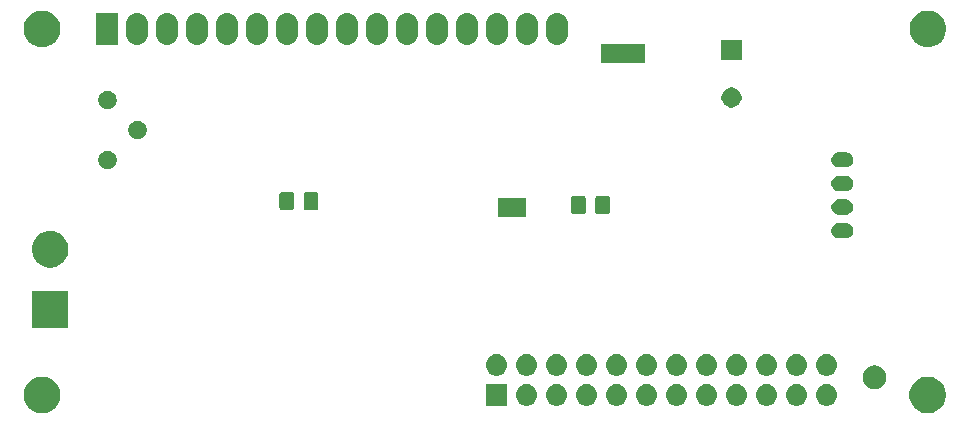
<source format=gbr>
G04 #@! TF.GenerationSoftware,KiCad,Pcbnew,(5.1.0)-1*
G04 #@! TF.CreationDate,2022-04-18T23:31:19-07:00*
G04 #@! TF.ProjectId,1602A_LCD Serial Backpack,31363032-415f-44c4-9344-205365726961,rev?*
G04 #@! TF.SameCoordinates,PX660b0c0PY66ff300*
G04 #@! TF.FileFunction,Soldermask,Top*
G04 #@! TF.FilePolarity,Negative*
%FSLAX45Y45*%
G04 Gerber Fmt 4.5, Leading zero omitted, Abs format (unit mm)*
G04 Created by KiCad (PCBNEW (5.1.0)-1) date 2022-04-18 23:31:19*
%MOMM*%
%LPD*%
G04 APERTURE LIST*
%ADD10C,0.100000*%
G04 APERTURE END LIST*
D10*
G36*
X282259Y401120D02*
G01*
X297241Y398140D01*
X325467Y386448D01*
X350870Y369474D01*
X372474Y347871D01*
X389448Y322467D01*
X401140Y294241D01*
X407100Y264276D01*
X407100Y233724D01*
X401140Y203759D01*
X389448Y175533D01*
X372474Y150130D01*
X350870Y128526D01*
X325467Y111552D01*
X297241Y99860D01*
X282259Y96880D01*
X267276Y93900D01*
X236724Y93900D01*
X221741Y96880D01*
X206759Y99860D01*
X178533Y111552D01*
X153130Y128526D01*
X131526Y150130D01*
X114552Y175533D01*
X102860Y203759D01*
X96900Y233724D01*
X96900Y264276D01*
X102860Y294241D01*
X114552Y322467D01*
X131526Y347871D01*
X153130Y369474D01*
X178533Y386448D01*
X206759Y398140D01*
X221741Y401120D01*
X236724Y404100D01*
X267276Y404100D01*
X282259Y401120D01*
X282259Y401120D01*
G37*
G36*
X7782116Y401120D02*
G01*
X7797099Y398140D01*
X7825325Y386448D01*
X7850728Y369474D01*
X7872332Y347871D01*
X7889306Y322467D01*
X7900998Y294241D01*
X7906958Y264276D01*
X7906958Y233724D01*
X7900998Y203759D01*
X7889306Y175533D01*
X7872332Y150130D01*
X7850728Y128526D01*
X7825325Y111552D01*
X7797099Y99860D01*
X7782116Y96880D01*
X7767134Y93900D01*
X7736582Y93900D01*
X7721599Y96880D01*
X7706617Y99860D01*
X7678391Y111552D01*
X7652987Y128526D01*
X7631384Y150130D01*
X7614410Y175533D01*
X7602718Y203759D01*
X7596758Y233724D01*
X7596758Y264276D01*
X7602718Y294241D01*
X7614410Y322467D01*
X7631384Y347871D01*
X7652987Y369474D01*
X7678391Y386448D01*
X7706617Y398140D01*
X7721599Y401120D01*
X7736582Y404100D01*
X7767134Y404100D01*
X7782116Y401120D01*
X7782116Y401120D01*
G37*
G36*
X6905044Y338448D02*
G01*
X6911663Y337796D01*
X6928647Y332644D01*
X6944299Y324278D01*
X6946505Y322467D01*
X6958019Y313019D01*
X6965549Y303843D01*
X6969278Y299299D01*
X6977644Y283647D01*
X6982796Y266663D01*
X6984536Y249000D01*
X6982796Y231337D01*
X6977644Y214353D01*
X6969278Y198701D01*
X6966345Y195127D01*
X6958019Y184981D01*
X6947873Y176655D01*
X6944299Y173722D01*
X6928647Y165356D01*
X6911663Y160204D01*
X6905044Y159552D01*
X6898426Y158900D01*
X6889574Y158900D01*
X6882956Y159552D01*
X6876337Y160204D01*
X6859353Y165356D01*
X6843701Y173722D01*
X6840127Y176655D01*
X6829981Y184981D01*
X6821655Y195127D01*
X6818722Y198701D01*
X6810356Y214353D01*
X6805204Y231337D01*
X6803464Y249000D01*
X6805204Y266663D01*
X6810356Y283647D01*
X6818722Y299299D01*
X6822451Y303843D01*
X6829981Y313019D01*
X6841495Y322467D01*
X6843701Y324278D01*
X6859353Y332644D01*
X6876337Y337796D01*
X6882956Y338448D01*
X6889574Y339100D01*
X6898426Y339100D01*
X6905044Y338448D01*
X6905044Y338448D01*
G37*
G36*
X6651044Y338448D02*
G01*
X6657663Y337796D01*
X6674647Y332644D01*
X6690299Y324278D01*
X6692505Y322467D01*
X6704019Y313019D01*
X6711549Y303843D01*
X6715278Y299299D01*
X6723644Y283647D01*
X6728796Y266663D01*
X6730536Y249000D01*
X6728796Y231337D01*
X6723644Y214353D01*
X6715278Y198701D01*
X6712345Y195127D01*
X6704019Y184981D01*
X6693873Y176655D01*
X6690299Y173722D01*
X6674647Y165356D01*
X6657663Y160204D01*
X6651044Y159552D01*
X6644426Y158900D01*
X6635574Y158900D01*
X6628956Y159552D01*
X6622337Y160204D01*
X6605353Y165356D01*
X6589701Y173722D01*
X6586127Y176655D01*
X6575981Y184981D01*
X6567655Y195127D01*
X6564722Y198701D01*
X6556356Y214353D01*
X6551204Y231337D01*
X6549464Y249000D01*
X6551204Y266663D01*
X6556356Y283647D01*
X6564722Y299299D01*
X6568451Y303843D01*
X6575981Y313019D01*
X6587495Y322467D01*
X6589701Y324278D01*
X6605353Y332644D01*
X6622337Y337796D01*
X6628956Y338448D01*
X6635574Y339100D01*
X6644426Y339100D01*
X6651044Y338448D01*
X6651044Y338448D01*
G37*
G36*
X6397044Y338448D02*
G01*
X6403663Y337796D01*
X6420647Y332644D01*
X6436299Y324278D01*
X6438505Y322467D01*
X6450019Y313019D01*
X6457549Y303843D01*
X6461278Y299299D01*
X6469644Y283647D01*
X6474796Y266663D01*
X6476536Y249000D01*
X6474796Y231337D01*
X6469644Y214353D01*
X6461278Y198701D01*
X6458345Y195127D01*
X6450019Y184981D01*
X6439873Y176655D01*
X6436299Y173722D01*
X6420647Y165356D01*
X6403663Y160204D01*
X6397044Y159552D01*
X6390426Y158900D01*
X6381574Y158900D01*
X6374956Y159552D01*
X6368337Y160204D01*
X6351353Y165356D01*
X6335701Y173722D01*
X6332127Y176655D01*
X6321981Y184981D01*
X6313655Y195127D01*
X6310722Y198701D01*
X6302356Y214353D01*
X6297204Y231337D01*
X6295464Y249000D01*
X6297204Y266663D01*
X6302356Y283647D01*
X6310722Y299299D01*
X6314451Y303843D01*
X6321981Y313019D01*
X6333495Y322467D01*
X6335701Y324278D01*
X6351353Y332644D01*
X6368337Y337796D01*
X6374956Y338448D01*
X6381574Y339100D01*
X6390426Y339100D01*
X6397044Y338448D01*
X6397044Y338448D01*
G37*
G36*
X6143044Y338448D02*
G01*
X6149663Y337796D01*
X6166647Y332644D01*
X6182299Y324278D01*
X6184505Y322467D01*
X6196019Y313019D01*
X6203549Y303843D01*
X6207278Y299299D01*
X6215644Y283647D01*
X6220796Y266663D01*
X6222536Y249000D01*
X6220796Y231337D01*
X6215644Y214353D01*
X6207278Y198701D01*
X6204345Y195127D01*
X6196019Y184981D01*
X6185873Y176655D01*
X6182299Y173722D01*
X6166647Y165356D01*
X6149663Y160204D01*
X6143044Y159552D01*
X6136426Y158900D01*
X6127574Y158900D01*
X6120956Y159552D01*
X6114337Y160204D01*
X6097353Y165356D01*
X6081701Y173722D01*
X6078127Y176655D01*
X6067981Y184981D01*
X6059655Y195127D01*
X6056722Y198701D01*
X6048356Y214353D01*
X6043204Y231337D01*
X6041464Y249000D01*
X6043204Y266663D01*
X6048356Y283647D01*
X6056722Y299299D01*
X6060451Y303843D01*
X6067981Y313019D01*
X6079495Y322467D01*
X6081701Y324278D01*
X6097353Y332644D01*
X6114337Y337796D01*
X6120956Y338448D01*
X6127574Y339100D01*
X6136426Y339100D01*
X6143044Y338448D01*
X6143044Y338448D01*
G37*
G36*
X5889044Y338448D02*
G01*
X5895663Y337796D01*
X5912647Y332644D01*
X5928299Y324278D01*
X5930505Y322467D01*
X5942019Y313019D01*
X5949549Y303843D01*
X5953278Y299299D01*
X5961644Y283647D01*
X5966796Y266663D01*
X5968536Y249000D01*
X5966796Y231337D01*
X5961644Y214353D01*
X5953278Y198701D01*
X5950345Y195127D01*
X5942019Y184981D01*
X5931873Y176655D01*
X5928299Y173722D01*
X5912647Y165356D01*
X5895663Y160204D01*
X5889044Y159552D01*
X5882426Y158900D01*
X5873574Y158900D01*
X5866956Y159552D01*
X5860337Y160204D01*
X5843353Y165356D01*
X5827701Y173722D01*
X5824127Y176655D01*
X5813981Y184981D01*
X5805655Y195127D01*
X5802722Y198701D01*
X5794356Y214353D01*
X5789204Y231337D01*
X5787464Y249000D01*
X5789204Y266663D01*
X5794356Y283647D01*
X5802722Y299299D01*
X5806451Y303843D01*
X5813981Y313019D01*
X5825495Y322467D01*
X5827701Y324278D01*
X5843353Y332644D01*
X5860337Y337796D01*
X5866956Y338448D01*
X5873574Y339100D01*
X5882426Y339100D01*
X5889044Y338448D01*
X5889044Y338448D01*
G37*
G36*
X5635044Y338448D02*
G01*
X5641663Y337796D01*
X5658647Y332644D01*
X5674299Y324278D01*
X5676505Y322467D01*
X5688019Y313019D01*
X5695549Y303843D01*
X5699278Y299299D01*
X5707644Y283647D01*
X5712796Y266663D01*
X5714536Y249000D01*
X5712796Y231337D01*
X5707644Y214353D01*
X5699278Y198701D01*
X5696345Y195127D01*
X5688019Y184981D01*
X5677873Y176655D01*
X5674299Y173722D01*
X5658647Y165356D01*
X5641663Y160204D01*
X5635044Y159552D01*
X5628426Y158900D01*
X5619574Y158900D01*
X5612956Y159552D01*
X5606337Y160204D01*
X5589353Y165356D01*
X5573701Y173722D01*
X5570127Y176655D01*
X5559981Y184981D01*
X5551655Y195127D01*
X5548722Y198701D01*
X5540356Y214353D01*
X5535204Y231337D01*
X5533464Y249000D01*
X5535204Y266663D01*
X5540356Y283647D01*
X5548722Y299299D01*
X5552451Y303843D01*
X5559981Y313019D01*
X5571495Y322467D01*
X5573701Y324278D01*
X5589353Y332644D01*
X5606337Y337796D01*
X5612956Y338448D01*
X5619574Y339100D01*
X5628426Y339100D01*
X5635044Y338448D01*
X5635044Y338448D01*
G37*
G36*
X5381044Y338448D02*
G01*
X5387663Y337796D01*
X5404647Y332644D01*
X5420299Y324278D01*
X5422505Y322467D01*
X5434019Y313019D01*
X5441549Y303843D01*
X5445278Y299299D01*
X5453644Y283647D01*
X5458796Y266663D01*
X5460536Y249000D01*
X5458796Y231337D01*
X5453644Y214353D01*
X5445278Y198701D01*
X5442345Y195127D01*
X5434019Y184981D01*
X5423873Y176655D01*
X5420299Y173722D01*
X5404647Y165356D01*
X5387663Y160204D01*
X5381044Y159552D01*
X5374426Y158900D01*
X5365574Y158900D01*
X5358956Y159552D01*
X5352337Y160204D01*
X5335353Y165356D01*
X5319701Y173722D01*
X5316127Y176655D01*
X5305981Y184981D01*
X5297655Y195127D01*
X5294722Y198701D01*
X5286356Y214353D01*
X5281204Y231337D01*
X5279464Y249000D01*
X5281204Y266663D01*
X5286356Y283647D01*
X5294722Y299299D01*
X5298451Y303843D01*
X5305981Y313019D01*
X5317495Y322467D01*
X5319701Y324278D01*
X5335353Y332644D01*
X5352337Y337796D01*
X5358956Y338448D01*
X5365574Y339100D01*
X5374426Y339100D01*
X5381044Y338448D01*
X5381044Y338448D01*
G37*
G36*
X5127044Y338448D02*
G01*
X5133663Y337796D01*
X5150647Y332644D01*
X5166299Y324278D01*
X5168505Y322467D01*
X5180019Y313019D01*
X5187549Y303843D01*
X5191278Y299299D01*
X5199644Y283647D01*
X5204796Y266663D01*
X5206536Y249000D01*
X5204796Y231337D01*
X5199644Y214353D01*
X5191278Y198701D01*
X5188345Y195127D01*
X5180019Y184981D01*
X5169873Y176655D01*
X5166299Y173722D01*
X5150647Y165356D01*
X5133663Y160204D01*
X5127044Y159552D01*
X5120426Y158900D01*
X5111574Y158900D01*
X5104956Y159552D01*
X5098337Y160204D01*
X5081353Y165356D01*
X5065701Y173722D01*
X5062127Y176655D01*
X5051981Y184981D01*
X5043655Y195127D01*
X5040722Y198701D01*
X5032356Y214353D01*
X5027204Y231337D01*
X5025464Y249000D01*
X5027204Y266663D01*
X5032356Y283647D01*
X5040722Y299299D01*
X5044451Y303843D01*
X5051981Y313019D01*
X5063495Y322467D01*
X5065701Y324278D01*
X5081353Y332644D01*
X5098337Y337796D01*
X5104956Y338448D01*
X5111574Y339100D01*
X5120426Y339100D01*
X5127044Y338448D01*
X5127044Y338448D01*
G37*
G36*
X4873044Y338448D02*
G01*
X4879663Y337796D01*
X4896647Y332644D01*
X4912299Y324278D01*
X4914505Y322467D01*
X4926019Y313019D01*
X4933549Y303843D01*
X4937278Y299299D01*
X4945644Y283647D01*
X4950796Y266663D01*
X4952536Y249000D01*
X4950796Y231337D01*
X4945644Y214353D01*
X4937278Y198701D01*
X4934345Y195127D01*
X4926019Y184981D01*
X4915873Y176655D01*
X4912299Y173722D01*
X4896647Y165356D01*
X4879663Y160204D01*
X4873044Y159552D01*
X4866426Y158900D01*
X4857574Y158900D01*
X4850956Y159552D01*
X4844337Y160204D01*
X4827353Y165356D01*
X4811701Y173722D01*
X4808127Y176655D01*
X4797981Y184981D01*
X4789655Y195127D01*
X4786722Y198701D01*
X4778356Y214353D01*
X4773204Y231337D01*
X4771464Y249000D01*
X4773204Y266663D01*
X4778356Y283647D01*
X4786722Y299299D01*
X4790451Y303843D01*
X4797981Y313019D01*
X4809495Y322467D01*
X4811701Y324278D01*
X4827353Y332644D01*
X4844337Y337796D01*
X4850956Y338448D01*
X4857574Y339100D01*
X4866426Y339100D01*
X4873044Y338448D01*
X4873044Y338448D01*
G37*
G36*
X4619044Y338448D02*
G01*
X4625663Y337796D01*
X4642647Y332644D01*
X4658299Y324278D01*
X4660505Y322467D01*
X4672019Y313019D01*
X4679549Y303843D01*
X4683278Y299299D01*
X4691644Y283647D01*
X4696796Y266663D01*
X4698536Y249000D01*
X4696796Y231337D01*
X4691644Y214353D01*
X4683278Y198701D01*
X4680345Y195127D01*
X4672019Y184981D01*
X4661873Y176655D01*
X4658299Y173722D01*
X4642647Y165356D01*
X4625663Y160204D01*
X4619044Y159552D01*
X4612426Y158900D01*
X4603574Y158900D01*
X4596956Y159552D01*
X4590337Y160204D01*
X4573353Y165356D01*
X4557701Y173722D01*
X4554127Y176655D01*
X4543981Y184981D01*
X4535655Y195127D01*
X4532722Y198701D01*
X4524356Y214353D01*
X4519204Y231337D01*
X4517464Y249000D01*
X4519204Y266663D01*
X4524356Y283647D01*
X4532722Y299299D01*
X4536451Y303843D01*
X4543981Y313019D01*
X4555495Y322467D01*
X4557701Y324278D01*
X4573353Y332644D01*
X4590337Y337796D01*
X4596956Y338448D01*
X4603574Y339100D01*
X4612426Y339100D01*
X4619044Y338448D01*
X4619044Y338448D01*
G37*
G36*
X4365044Y338448D02*
G01*
X4371663Y337796D01*
X4388647Y332644D01*
X4404299Y324278D01*
X4406505Y322467D01*
X4418019Y313019D01*
X4425549Y303843D01*
X4429278Y299299D01*
X4437644Y283647D01*
X4442796Y266663D01*
X4444536Y249000D01*
X4442796Y231337D01*
X4437644Y214353D01*
X4429278Y198701D01*
X4426345Y195127D01*
X4418019Y184981D01*
X4407873Y176655D01*
X4404299Y173722D01*
X4388647Y165356D01*
X4371663Y160204D01*
X4365044Y159552D01*
X4358426Y158900D01*
X4349574Y158900D01*
X4342956Y159552D01*
X4336337Y160204D01*
X4319353Y165356D01*
X4303701Y173722D01*
X4300127Y176655D01*
X4289981Y184981D01*
X4281655Y195127D01*
X4278722Y198701D01*
X4270356Y214353D01*
X4265204Y231337D01*
X4263464Y249000D01*
X4265204Y266663D01*
X4270356Y283647D01*
X4278722Y299299D01*
X4282451Y303843D01*
X4289981Y313019D01*
X4301495Y322467D01*
X4303701Y324278D01*
X4319353Y332644D01*
X4336337Y337796D01*
X4342956Y338448D01*
X4349574Y339100D01*
X4358426Y339100D01*
X4365044Y338448D01*
X4365044Y338448D01*
G37*
G36*
X4190100Y158900D02*
G01*
X4009900Y158900D01*
X4009900Y339100D01*
X4190100Y339100D01*
X4190100Y158900D01*
X4190100Y158900D01*
G37*
G36*
X7322729Y497438D02*
G01*
X7329169Y496157D01*
X7347368Y488619D01*
X7363746Y477675D01*
X7377675Y463746D01*
X7388619Y447368D01*
X7396157Y429169D01*
X7396445Y427722D01*
X7400000Y409849D01*
X7400000Y390151D01*
X7397438Y377271D01*
X7396157Y370831D01*
X7388619Y352632D01*
X7377675Y336254D01*
X7363746Y322325D01*
X7347368Y311381D01*
X7329169Y303843D01*
X7322729Y302562D01*
X7309849Y300000D01*
X7290151Y300000D01*
X7277271Y302562D01*
X7270831Y303843D01*
X7252632Y311381D01*
X7236254Y322325D01*
X7222325Y336254D01*
X7211381Y352632D01*
X7203843Y370831D01*
X7202562Y377271D01*
X7200000Y390151D01*
X7200000Y409849D01*
X7203555Y427722D01*
X7203843Y429169D01*
X7211381Y447368D01*
X7222325Y463746D01*
X7236254Y477675D01*
X7252632Y488619D01*
X7270831Y496157D01*
X7277271Y497438D01*
X7290151Y500000D01*
X7309849Y500000D01*
X7322729Y497438D01*
X7322729Y497438D01*
G37*
G36*
X4111044Y592448D02*
G01*
X4117663Y591796D01*
X4134647Y586644D01*
X4150299Y578278D01*
X4153873Y575345D01*
X4164019Y567019D01*
X4172345Y556873D01*
X4175278Y553299D01*
X4183644Y537647D01*
X4188796Y520663D01*
X4190536Y503000D01*
X4188796Y485337D01*
X4183644Y468353D01*
X4175278Y452701D01*
X4172345Y449127D01*
X4164019Y438981D01*
X4153873Y430655D01*
X4150299Y427722D01*
X4134647Y419356D01*
X4117663Y414204D01*
X4111044Y413552D01*
X4104426Y412900D01*
X4095574Y412900D01*
X4088956Y413552D01*
X4082337Y414204D01*
X4065353Y419356D01*
X4049701Y427722D01*
X4046127Y430655D01*
X4035981Y438981D01*
X4027655Y449127D01*
X4024722Y452701D01*
X4016356Y468353D01*
X4011204Y485337D01*
X4009464Y503000D01*
X4011204Y520663D01*
X4016356Y537647D01*
X4024722Y553299D01*
X4027655Y556873D01*
X4035981Y567019D01*
X4046127Y575345D01*
X4049701Y578278D01*
X4065353Y586644D01*
X4082337Y591796D01*
X4088956Y592448D01*
X4095574Y593100D01*
X4104426Y593100D01*
X4111044Y592448D01*
X4111044Y592448D01*
G37*
G36*
X6905044Y592448D02*
G01*
X6911663Y591796D01*
X6928647Y586644D01*
X6944299Y578278D01*
X6947873Y575345D01*
X6958019Y567019D01*
X6966345Y556873D01*
X6969278Y553299D01*
X6977644Y537647D01*
X6982796Y520663D01*
X6984536Y503000D01*
X6982796Y485337D01*
X6977644Y468353D01*
X6969278Y452701D01*
X6966345Y449127D01*
X6958019Y438981D01*
X6947873Y430655D01*
X6944299Y427722D01*
X6928647Y419356D01*
X6911663Y414204D01*
X6905044Y413552D01*
X6898426Y412900D01*
X6889574Y412900D01*
X6882956Y413552D01*
X6876337Y414204D01*
X6859353Y419356D01*
X6843701Y427722D01*
X6840127Y430655D01*
X6829981Y438981D01*
X6821655Y449127D01*
X6818722Y452701D01*
X6810356Y468353D01*
X6805204Y485337D01*
X6803464Y503000D01*
X6805204Y520663D01*
X6810356Y537647D01*
X6818722Y553299D01*
X6821655Y556873D01*
X6829981Y567019D01*
X6840127Y575345D01*
X6843701Y578278D01*
X6859353Y586644D01*
X6876337Y591796D01*
X6882956Y592448D01*
X6889574Y593100D01*
X6898426Y593100D01*
X6905044Y592448D01*
X6905044Y592448D01*
G37*
G36*
X4619044Y592448D02*
G01*
X4625663Y591796D01*
X4642647Y586644D01*
X4658299Y578278D01*
X4661873Y575345D01*
X4672019Y567019D01*
X4680345Y556873D01*
X4683278Y553299D01*
X4691644Y537647D01*
X4696796Y520663D01*
X4698536Y503000D01*
X4696796Y485337D01*
X4691644Y468353D01*
X4683278Y452701D01*
X4680345Y449127D01*
X4672019Y438981D01*
X4661873Y430655D01*
X4658299Y427722D01*
X4642647Y419356D01*
X4625663Y414204D01*
X4619044Y413552D01*
X4612426Y412900D01*
X4603574Y412900D01*
X4596956Y413552D01*
X4590337Y414204D01*
X4573353Y419356D01*
X4557701Y427722D01*
X4554127Y430655D01*
X4543981Y438981D01*
X4535655Y449127D01*
X4532722Y452701D01*
X4524356Y468353D01*
X4519204Y485337D01*
X4517464Y503000D01*
X4519204Y520663D01*
X4524356Y537647D01*
X4532722Y553299D01*
X4535655Y556873D01*
X4543981Y567019D01*
X4554127Y575345D01*
X4557701Y578278D01*
X4573353Y586644D01*
X4590337Y591796D01*
X4596956Y592448D01*
X4603574Y593100D01*
X4612426Y593100D01*
X4619044Y592448D01*
X4619044Y592448D01*
G37*
G36*
X6651044Y592448D02*
G01*
X6657663Y591796D01*
X6674647Y586644D01*
X6690299Y578278D01*
X6693873Y575345D01*
X6704019Y567019D01*
X6712345Y556873D01*
X6715278Y553299D01*
X6723644Y537647D01*
X6728796Y520663D01*
X6730536Y503000D01*
X6728796Y485337D01*
X6723644Y468353D01*
X6715278Y452701D01*
X6712345Y449127D01*
X6704019Y438981D01*
X6693873Y430655D01*
X6690299Y427722D01*
X6674647Y419356D01*
X6657663Y414204D01*
X6651044Y413552D01*
X6644426Y412900D01*
X6635574Y412900D01*
X6628956Y413552D01*
X6622337Y414204D01*
X6605353Y419356D01*
X6589701Y427722D01*
X6586127Y430655D01*
X6575981Y438981D01*
X6567655Y449127D01*
X6564722Y452701D01*
X6556356Y468353D01*
X6551204Y485337D01*
X6549464Y503000D01*
X6551204Y520663D01*
X6556356Y537647D01*
X6564722Y553299D01*
X6567655Y556873D01*
X6575981Y567019D01*
X6586127Y575345D01*
X6589701Y578278D01*
X6605353Y586644D01*
X6622337Y591796D01*
X6628956Y592448D01*
X6635574Y593100D01*
X6644426Y593100D01*
X6651044Y592448D01*
X6651044Y592448D01*
G37*
G36*
X6397044Y592448D02*
G01*
X6403663Y591796D01*
X6420647Y586644D01*
X6436299Y578278D01*
X6439873Y575345D01*
X6450019Y567019D01*
X6458345Y556873D01*
X6461278Y553299D01*
X6469644Y537647D01*
X6474796Y520663D01*
X6476536Y503000D01*
X6474796Y485337D01*
X6469644Y468353D01*
X6461278Y452701D01*
X6458345Y449127D01*
X6450019Y438981D01*
X6439873Y430655D01*
X6436299Y427722D01*
X6420647Y419356D01*
X6403663Y414204D01*
X6397044Y413552D01*
X6390426Y412900D01*
X6381574Y412900D01*
X6374956Y413552D01*
X6368337Y414204D01*
X6351353Y419356D01*
X6335701Y427722D01*
X6332127Y430655D01*
X6321981Y438981D01*
X6313655Y449127D01*
X6310722Y452701D01*
X6302356Y468353D01*
X6297204Y485337D01*
X6295464Y503000D01*
X6297204Y520663D01*
X6302356Y537647D01*
X6310722Y553299D01*
X6313655Y556873D01*
X6321981Y567019D01*
X6332127Y575345D01*
X6335701Y578278D01*
X6351353Y586644D01*
X6368337Y591796D01*
X6374956Y592448D01*
X6381574Y593100D01*
X6390426Y593100D01*
X6397044Y592448D01*
X6397044Y592448D01*
G37*
G36*
X6143044Y592448D02*
G01*
X6149663Y591796D01*
X6166647Y586644D01*
X6182299Y578278D01*
X6185873Y575345D01*
X6196019Y567019D01*
X6204345Y556873D01*
X6207278Y553299D01*
X6215644Y537647D01*
X6220796Y520663D01*
X6222536Y503000D01*
X6220796Y485337D01*
X6215644Y468353D01*
X6207278Y452701D01*
X6204345Y449127D01*
X6196019Y438981D01*
X6185873Y430655D01*
X6182299Y427722D01*
X6166647Y419356D01*
X6149663Y414204D01*
X6143044Y413552D01*
X6136426Y412900D01*
X6127574Y412900D01*
X6120956Y413552D01*
X6114337Y414204D01*
X6097353Y419356D01*
X6081701Y427722D01*
X6078127Y430655D01*
X6067981Y438981D01*
X6059655Y449127D01*
X6056722Y452701D01*
X6048356Y468353D01*
X6043204Y485337D01*
X6041464Y503000D01*
X6043204Y520663D01*
X6048356Y537647D01*
X6056722Y553299D01*
X6059655Y556873D01*
X6067981Y567019D01*
X6078127Y575345D01*
X6081701Y578278D01*
X6097353Y586644D01*
X6114337Y591796D01*
X6120956Y592448D01*
X6127574Y593100D01*
X6136426Y593100D01*
X6143044Y592448D01*
X6143044Y592448D01*
G37*
G36*
X5635044Y592448D02*
G01*
X5641663Y591796D01*
X5658647Y586644D01*
X5674299Y578278D01*
X5677873Y575345D01*
X5688019Y567019D01*
X5696345Y556873D01*
X5699278Y553299D01*
X5707644Y537647D01*
X5712796Y520663D01*
X5714536Y503000D01*
X5712796Y485337D01*
X5707644Y468353D01*
X5699278Y452701D01*
X5696345Y449127D01*
X5688019Y438981D01*
X5677873Y430655D01*
X5674299Y427722D01*
X5658647Y419356D01*
X5641663Y414204D01*
X5635044Y413552D01*
X5628426Y412900D01*
X5619574Y412900D01*
X5612956Y413552D01*
X5606337Y414204D01*
X5589353Y419356D01*
X5573701Y427722D01*
X5570127Y430655D01*
X5559981Y438981D01*
X5551655Y449127D01*
X5548722Y452701D01*
X5540356Y468353D01*
X5535204Y485337D01*
X5533464Y503000D01*
X5535204Y520663D01*
X5540356Y537647D01*
X5548722Y553299D01*
X5551655Y556873D01*
X5559981Y567019D01*
X5570127Y575345D01*
X5573701Y578278D01*
X5589353Y586644D01*
X5606337Y591796D01*
X5612956Y592448D01*
X5619574Y593100D01*
X5628426Y593100D01*
X5635044Y592448D01*
X5635044Y592448D01*
G37*
G36*
X5381044Y592448D02*
G01*
X5387663Y591796D01*
X5404647Y586644D01*
X5420299Y578278D01*
X5423873Y575345D01*
X5434019Y567019D01*
X5442345Y556873D01*
X5445278Y553299D01*
X5453644Y537647D01*
X5458796Y520663D01*
X5460536Y503000D01*
X5458796Y485337D01*
X5453644Y468353D01*
X5445278Y452701D01*
X5442345Y449127D01*
X5434019Y438981D01*
X5423873Y430655D01*
X5420299Y427722D01*
X5404647Y419356D01*
X5387663Y414204D01*
X5381044Y413552D01*
X5374426Y412900D01*
X5365574Y412900D01*
X5358956Y413552D01*
X5352337Y414204D01*
X5335353Y419356D01*
X5319701Y427722D01*
X5316127Y430655D01*
X5305981Y438981D01*
X5297655Y449127D01*
X5294722Y452701D01*
X5286356Y468353D01*
X5281204Y485337D01*
X5279464Y503000D01*
X5281204Y520663D01*
X5286356Y537647D01*
X5294722Y553299D01*
X5297655Y556873D01*
X5305981Y567019D01*
X5316127Y575345D01*
X5319701Y578278D01*
X5335353Y586644D01*
X5352337Y591796D01*
X5358956Y592448D01*
X5365574Y593100D01*
X5374426Y593100D01*
X5381044Y592448D01*
X5381044Y592448D01*
G37*
G36*
X5127044Y592448D02*
G01*
X5133663Y591796D01*
X5150647Y586644D01*
X5166299Y578278D01*
X5169873Y575345D01*
X5180019Y567019D01*
X5188345Y556873D01*
X5191278Y553299D01*
X5199644Y537647D01*
X5204796Y520663D01*
X5206536Y503000D01*
X5204796Y485337D01*
X5199644Y468353D01*
X5191278Y452701D01*
X5188345Y449127D01*
X5180019Y438981D01*
X5169873Y430655D01*
X5166299Y427722D01*
X5150647Y419356D01*
X5133663Y414204D01*
X5127044Y413552D01*
X5120426Y412900D01*
X5111574Y412900D01*
X5104956Y413552D01*
X5098337Y414204D01*
X5081353Y419356D01*
X5065701Y427722D01*
X5062127Y430655D01*
X5051981Y438981D01*
X5043655Y449127D01*
X5040722Y452701D01*
X5032356Y468353D01*
X5027204Y485337D01*
X5025464Y503000D01*
X5027204Y520663D01*
X5032356Y537647D01*
X5040722Y553299D01*
X5043655Y556873D01*
X5051981Y567019D01*
X5062127Y575345D01*
X5065701Y578278D01*
X5081353Y586644D01*
X5098337Y591796D01*
X5104956Y592448D01*
X5111574Y593100D01*
X5120426Y593100D01*
X5127044Y592448D01*
X5127044Y592448D01*
G37*
G36*
X4873044Y592448D02*
G01*
X4879663Y591796D01*
X4896647Y586644D01*
X4912299Y578278D01*
X4915873Y575345D01*
X4926019Y567019D01*
X4934345Y556873D01*
X4937278Y553299D01*
X4945644Y537647D01*
X4950796Y520663D01*
X4952536Y503000D01*
X4950796Y485337D01*
X4945644Y468353D01*
X4937278Y452701D01*
X4934345Y449127D01*
X4926019Y438981D01*
X4915873Y430655D01*
X4912299Y427722D01*
X4896647Y419356D01*
X4879663Y414204D01*
X4873044Y413552D01*
X4866426Y412900D01*
X4857574Y412900D01*
X4850956Y413552D01*
X4844337Y414204D01*
X4827353Y419356D01*
X4811701Y427722D01*
X4808127Y430655D01*
X4797981Y438981D01*
X4789655Y449127D01*
X4786722Y452701D01*
X4778356Y468353D01*
X4773204Y485337D01*
X4771464Y503000D01*
X4773204Y520663D01*
X4778356Y537647D01*
X4786722Y553299D01*
X4789655Y556873D01*
X4797981Y567019D01*
X4808127Y575345D01*
X4811701Y578278D01*
X4827353Y586644D01*
X4844337Y591796D01*
X4850956Y592448D01*
X4857574Y593100D01*
X4866426Y593100D01*
X4873044Y592448D01*
X4873044Y592448D01*
G37*
G36*
X4365044Y592448D02*
G01*
X4371663Y591796D01*
X4388647Y586644D01*
X4404299Y578278D01*
X4407873Y575345D01*
X4418019Y567019D01*
X4426345Y556873D01*
X4429278Y553299D01*
X4437644Y537647D01*
X4442796Y520663D01*
X4444536Y503000D01*
X4442796Y485337D01*
X4437644Y468353D01*
X4429278Y452701D01*
X4426345Y449127D01*
X4418019Y438981D01*
X4407873Y430655D01*
X4404299Y427722D01*
X4388647Y419356D01*
X4371663Y414204D01*
X4365044Y413552D01*
X4358426Y412900D01*
X4349574Y412900D01*
X4342956Y413552D01*
X4336337Y414204D01*
X4319353Y419356D01*
X4303701Y427722D01*
X4300127Y430655D01*
X4289981Y438981D01*
X4281655Y449127D01*
X4278722Y452701D01*
X4270356Y468353D01*
X4265204Y485337D01*
X4263464Y503000D01*
X4265204Y520663D01*
X4270356Y537647D01*
X4278722Y553299D01*
X4281655Y556873D01*
X4289981Y567019D01*
X4300127Y575345D01*
X4303701Y578278D01*
X4319353Y586644D01*
X4336337Y591796D01*
X4342956Y592448D01*
X4349574Y593100D01*
X4358426Y593100D01*
X4365044Y592448D01*
X4365044Y592448D01*
G37*
G36*
X5889044Y592448D02*
G01*
X5895663Y591796D01*
X5912647Y586644D01*
X5928299Y578278D01*
X5931873Y575345D01*
X5942019Y567019D01*
X5950345Y556873D01*
X5953278Y553299D01*
X5961644Y537647D01*
X5966796Y520663D01*
X5968536Y503000D01*
X5966796Y485337D01*
X5961644Y468353D01*
X5953278Y452701D01*
X5950345Y449127D01*
X5942019Y438981D01*
X5931873Y430655D01*
X5928299Y427722D01*
X5912647Y419356D01*
X5895663Y414204D01*
X5889044Y413552D01*
X5882426Y412900D01*
X5873574Y412900D01*
X5866956Y413552D01*
X5860337Y414204D01*
X5843353Y419356D01*
X5827701Y427722D01*
X5824127Y430655D01*
X5813981Y438981D01*
X5805655Y449127D01*
X5802722Y452701D01*
X5794356Y468353D01*
X5789204Y485337D01*
X5787464Y503000D01*
X5789204Y520663D01*
X5794356Y537647D01*
X5802722Y553299D01*
X5805655Y556873D01*
X5813981Y567019D01*
X5824127Y575345D01*
X5827701Y578278D01*
X5843353Y586644D01*
X5860337Y591796D01*
X5866956Y592448D01*
X5873574Y593100D01*
X5882426Y593100D01*
X5889044Y592448D01*
X5889044Y592448D01*
G37*
G36*
X476100Y819900D02*
G01*
X165900Y819900D01*
X165900Y1130100D01*
X476100Y1130100D01*
X476100Y819900D01*
X476100Y819900D01*
G37*
G36*
X351258Y1635120D02*
G01*
X366241Y1632140D01*
X394467Y1620448D01*
X419870Y1603474D01*
X441474Y1581870D01*
X458448Y1556467D01*
X470140Y1528241D01*
X476100Y1498276D01*
X476100Y1467724D01*
X470140Y1437759D01*
X458448Y1409533D01*
X441474Y1384130D01*
X419870Y1362526D01*
X394467Y1345552D01*
X366241Y1333860D01*
X351258Y1330880D01*
X336276Y1327900D01*
X305724Y1327900D01*
X290742Y1330880D01*
X275759Y1333860D01*
X247533Y1345552D01*
X222129Y1362526D01*
X200526Y1384130D01*
X183552Y1409533D01*
X171860Y1437759D01*
X165900Y1467724D01*
X165900Y1498276D01*
X171860Y1528241D01*
X183552Y1556467D01*
X200526Y1581870D01*
X222129Y1603474D01*
X247533Y1620448D01*
X275759Y1632140D01*
X290742Y1635120D01*
X305724Y1638100D01*
X336276Y1638100D01*
X351258Y1635120D01*
X351258Y1635120D01*
G37*
G36*
X7061485Y1704986D02*
G01*
X7067862Y1704358D01*
X7076940Y1701604D01*
X7080134Y1700635D01*
X7091442Y1694591D01*
X7101355Y1686455D01*
X7109491Y1676542D01*
X7115535Y1665234D01*
X7115535Y1665233D01*
X7119258Y1652962D01*
X7120515Y1640200D01*
X7119258Y1627438D01*
X7117137Y1620448D01*
X7115535Y1615166D01*
X7109491Y1603857D01*
X7101355Y1593945D01*
X7091442Y1585809D01*
X7080134Y1579765D01*
X7076940Y1578796D01*
X7067862Y1576042D01*
X7061485Y1575414D01*
X7058297Y1575100D01*
X6996903Y1575100D01*
X6993714Y1575414D01*
X6987338Y1576042D01*
X6978260Y1578796D01*
X6975066Y1579765D01*
X6963757Y1585809D01*
X6953845Y1593945D01*
X6945709Y1603857D01*
X6939665Y1615166D01*
X6938062Y1620448D01*
X6935942Y1627438D01*
X6934685Y1640200D01*
X6935942Y1652962D01*
X6939664Y1665233D01*
X6939665Y1665234D01*
X6945709Y1676542D01*
X6953845Y1686455D01*
X6963757Y1694591D01*
X6975066Y1700635D01*
X6978260Y1701604D01*
X6987338Y1704358D01*
X6993714Y1704986D01*
X6996903Y1705300D01*
X7058297Y1705300D01*
X7061485Y1704986D01*
X7061485Y1704986D01*
G37*
G36*
X4353800Y1753700D02*
G01*
X4113600Y1753700D01*
X4113600Y1913900D01*
X4353800Y1913900D01*
X4353800Y1753700D01*
X4353800Y1753700D01*
G37*
G36*
X7061485Y1904986D02*
G01*
X7067862Y1904358D01*
X7076940Y1901604D01*
X7080134Y1900635D01*
X7091442Y1894591D01*
X7101355Y1886455D01*
X7109491Y1876542D01*
X7115535Y1865234D01*
X7115535Y1865233D01*
X7119258Y1852962D01*
X7120515Y1840200D01*
X7119258Y1827438D01*
X7117546Y1821795D01*
X7115535Y1815166D01*
X7109491Y1803857D01*
X7101355Y1793945D01*
X7091442Y1785809D01*
X7080134Y1779765D01*
X7076940Y1778796D01*
X7067862Y1776042D01*
X7061485Y1775414D01*
X7058297Y1775100D01*
X6996903Y1775100D01*
X6993714Y1775414D01*
X6987338Y1776042D01*
X6978260Y1778796D01*
X6975066Y1779765D01*
X6963757Y1785809D01*
X6953845Y1793945D01*
X6945709Y1803857D01*
X6939665Y1815166D01*
X6937654Y1821795D01*
X6935942Y1827438D01*
X6934685Y1840200D01*
X6935942Y1852962D01*
X6939664Y1865233D01*
X6939665Y1865234D01*
X6945709Y1876542D01*
X6953845Y1886455D01*
X6963757Y1894591D01*
X6975066Y1900635D01*
X6978260Y1901604D01*
X6987338Y1904358D01*
X6993714Y1904986D01*
X6996903Y1905300D01*
X7058297Y1905300D01*
X7061485Y1904986D01*
X7061485Y1904986D01*
G37*
G36*
X4840367Y1932653D02*
G01*
X4844137Y1931510D01*
X4847610Y1929653D01*
X4850655Y1927155D01*
X4853153Y1924110D01*
X4855010Y1920637D01*
X4856154Y1916867D01*
X4856600Y1912334D01*
X4856600Y1803666D01*
X4856154Y1799133D01*
X4855010Y1795363D01*
X4853153Y1791890D01*
X4850655Y1788845D01*
X4847610Y1786347D01*
X4844137Y1784490D01*
X4840367Y1783346D01*
X4835834Y1782900D01*
X4752166Y1782900D01*
X4747633Y1783346D01*
X4743863Y1784490D01*
X4740390Y1786347D01*
X4737345Y1788845D01*
X4734847Y1791890D01*
X4732990Y1795363D01*
X4731847Y1799133D01*
X4731400Y1803666D01*
X4731400Y1912334D01*
X4731847Y1916867D01*
X4732990Y1920637D01*
X4734847Y1924110D01*
X4737345Y1927155D01*
X4740390Y1929653D01*
X4743863Y1931510D01*
X4747633Y1932653D01*
X4752166Y1933100D01*
X4835834Y1933100D01*
X4840367Y1932653D01*
X4840367Y1932653D01*
G37*
G36*
X5045367Y1932653D02*
G01*
X5049137Y1931510D01*
X5052610Y1929653D01*
X5055655Y1927155D01*
X5058153Y1924110D01*
X5060010Y1920637D01*
X5061154Y1916867D01*
X5061600Y1912334D01*
X5061600Y1803666D01*
X5061154Y1799133D01*
X5060010Y1795363D01*
X5058153Y1791890D01*
X5055655Y1788845D01*
X5052610Y1786347D01*
X5049137Y1784490D01*
X5045367Y1783346D01*
X5040834Y1782900D01*
X4957166Y1782900D01*
X4952633Y1783346D01*
X4948863Y1784490D01*
X4945390Y1786347D01*
X4942345Y1788845D01*
X4939847Y1791890D01*
X4937990Y1795363D01*
X4936847Y1799133D01*
X4936400Y1803666D01*
X4936400Y1912334D01*
X4936847Y1916867D01*
X4937990Y1920637D01*
X4939847Y1924110D01*
X4942345Y1927155D01*
X4945390Y1929653D01*
X4948863Y1931510D01*
X4952633Y1932653D01*
X4957166Y1933100D01*
X5040834Y1933100D01*
X5045367Y1932653D01*
X5045367Y1932653D01*
G37*
G36*
X2370587Y1965603D02*
G01*
X2374357Y1964460D01*
X2377830Y1962603D01*
X2380875Y1960105D01*
X2383373Y1957060D01*
X2385230Y1953587D01*
X2386374Y1949817D01*
X2386820Y1945284D01*
X2386820Y1836616D01*
X2386374Y1832083D01*
X2385230Y1828313D01*
X2383373Y1824840D01*
X2380875Y1821795D01*
X2377830Y1819297D01*
X2374357Y1817440D01*
X2370587Y1816296D01*
X2366054Y1815850D01*
X2282386Y1815850D01*
X2277853Y1816296D01*
X2274083Y1817440D01*
X2270610Y1819297D01*
X2267565Y1821795D01*
X2265067Y1824840D01*
X2263210Y1828313D01*
X2262067Y1832083D01*
X2261620Y1836616D01*
X2261620Y1945284D01*
X2262067Y1949817D01*
X2263210Y1953587D01*
X2265067Y1957060D01*
X2267565Y1960105D01*
X2270610Y1962603D01*
X2274083Y1964460D01*
X2277853Y1965603D01*
X2282386Y1966050D01*
X2366054Y1966050D01*
X2370587Y1965603D01*
X2370587Y1965603D01*
G37*
G36*
X2575587Y1965603D02*
G01*
X2579357Y1964460D01*
X2582830Y1962603D01*
X2585875Y1960105D01*
X2588373Y1957060D01*
X2590230Y1953587D01*
X2591374Y1949817D01*
X2591820Y1945284D01*
X2591820Y1836616D01*
X2591374Y1832083D01*
X2590230Y1828313D01*
X2588373Y1824840D01*
X2585875Y1821795D01*
X2582830Y1819297D01*
X2579357Y1817440D01*
X2575587Y1816296D01*
X2571054Y1815850D01*
X2487386Y1815850D01*
X2482853Y1816296D01*
X2479083Y1817440D01*
X2475610Y1819297D01*
X2472565Y1821795D01*
X2470067Y1824840D01*
X2468210Y1828313D01*
X2467067Y1832083D01*
X2466620Y1836616D01*
X2466620Y1945284D01*
X2467067Y1949817D01*
X2468210Y1953587D01*
X2470067Y1957060D01*
X2472565Y1960105D01*
X2475610Y1962603D01*
X2479083Y1964460D01*
X2482853Y1965603D01*
X2487386Y1966050D01*
X2571054Y1966050D01*
X2575587Y1965603D01*
X2575587Y1965603D01*
G37*
G36*
X7061485Y2104986D02*
G01*
X7067862Y2104358D01*
X7076940Y2101604D01*
X7080134Y2100635D01*
X7091442Y2094591D01*
X7101355Y2086455D01*
X7109491Y2076542D01*
X7115535Y2065234D01*
X7115535Y2065233D01*
X7119258Y2052962D01*
X7120515Y2040200D01*
X7119258Y2027438D01*
X7116504Y2018360D01*
X7115535Y2015166D01*
X7109491Y2003857D01*
X7101355Y1993945D01*
X7091442Y1985809D01*
X7080134Y1979765D01*
X7076940Y1978796D01*
X7067862Y1976042D01*
X7061485Y1975414D01*
X7058297Y1975100D01*
X6996903Y1975100D01*
X6993714Y1975414D01*
X6987338Y1976042D01*
X6978260Y1978796D01*
X6975066Y1979765D01*
X6963757Y1985809D01*
X6953845Y1993945D01*
X6945709Y2003857D01*
X6939665Y2015166D01*
X6938696Y2018360D01*
X6935942Y2027438D01*
X6934685Y2040200D01*
X6935942Y2052962D01*
X6939664Y2065233D01*
X6939665Y2065234D01*
X6945709Y2076542D01*
X6953845Y2086455D01*
X6963757Y2094591D01*
X6975066Y2100635D01*
X6978260Y2101604D01*
X6987338Y2104358D01*
X6993714Y2104986D01*
X6996903Y2105300D01*
X7058297Y2105300D01*
X7061485Y2104986D01*
X7061485Y2104986D01*
G37*
G36*
X818759Y2316312D02*
G01*
X828689Y2314337D01*
X842721Y2308525D01*
X855348Y2300088D01*
X866087Y2289348D01*
X874525Y2276721D01*
X880337Y2262689D01*
X883300Y2247794D01*
X883300Y2232606D01*
X880337Y2217711D01*
X874525Y2203679D01*
X866087Y2191052D01*
X855348Y2180313D01*
X842721Y2171875D01*
X828689Y2166063D01*
X818759Y2164088D01*
X813794Y2163100D01*
X798606Y2163100D01*
X793641Y2164088D01*
X783711Y2166063D01*
X769679Y2171875D01*
X757052Y2180313D01*
X746312Y2191052D01*
X737875Y2203679D01*
X732063Y2217711D01*
X729100Y2232606D01*
X729100Y2247794D01*
X732063Y2262689D01*
X737875Y2276721D01*
X746312Y2289348D01*
X757052Y2300088D01*
X769679Y2308525D01*
X783711Y2314337D01*
X793641Y2316312D01*
X798606Y2317300D01*
X813794Y2317300D01*
X818759Y2316312D01*
X818759Y2316312D01*
G37*
G36*
X7061485Y2304986D02*
G01*
X7067862Y2304358D01*
X7076940Y2301604D01*
X7080134Y2300635D01*
X7091442Y2294591D01*
X7101355Y2286455D01*
X7109491Y2276543D01*
X7115535Y2265234D01*
X7116504Y2262040D01*
X7119258Y2252962D01*
X7120515Y2240200D01*
X7119258Y2227438D01*
X7116504Y2218360D01*
X7115535Y2215166D01*
X7109491Y2203858D01*
X7101355Y2193945D01*
X7091442Y2185809D01*
X7080134Y2179765D01*
X7076940Y2178796D01*
X7067862Y2176042D01*
X7061485Y2175414D01*
X7058297Y2175100D01*
X6996903Y2175100D01*
X6993714Y2175414D01*
X6987338Y2176042D01*
X6978260Y2178796D01*
X6975066Y2179765D01*
X6963757Y2185809D01*
X6953845Y2193945D01*
X6945709Y2203858D01*
X6939665Y2215166D01*
X6938696Y2218360D01*
X6935942Y2227438D01*
X6934685Y2240200D01*
X6935942Y2252962D01*
X6938696Y2262040D01*
X6939665Y2265234D01*
X6945709Y2276543D01*
X6953845Y2286455D01*
X6963757Y2294591D01*
X6975066Y2300635D01*
X6978260Y2301604D01*
X6987338Y2304358D01*
X6993714Y2304986D01*
X6996903Y2305300D01*
X7058297Y2305300D01*
X7061485Y2304986D01*
X7061485Y2304986D01*
G37*
G36*
X1072759Y2570312D02*
G01*
X1082689Y2568337D01*
X1096721Y2562525D01*
X1109348Y2554088D01*
X1120088Y2543348D01*
X1128525Y2530721D01*
X1134337Y2516689D01*
X1137300Y2501794D01*
X1137300Y2486606D01*
X1134337Y2471711D01*
X1128525Y2457679D01*
X1120088Y2445052D01*
X1109348Y2434313D01*
X1096721Y2425875D01*
X1082689Y2420063D01*
X1072759Y2418088D01*
X1067794Y2417100D01*
X1052606Y2417100D01*
X1047641Y2418088D01*
X1037711Y2420063D01*
X1023679Y2425875D01*
X1011052Y2434313D01*
X1000312Y2445052D01*
X991875Y2457679D01*
X986063Y2471711D01*
X983100Y2486606D01*
X983100Y2501794D01*
X986063Y2516689D01*
X991875Y2530721D01*
X1000312Y2543348D01*
X1011052Y2554088D01*
X1023679Y2562525D01*
X1037711Y2568337D01*
X1047641Y2570312D01*
X1052606Y2571300D01*
X1067794Y2571300D01*
X1072759Y2570312D01*
X1072759Y2570312D01*
G37*
G36*
X818759Y2824312D02*
G01*
X828689Y2822337D01*
X842721Y2816525D01*
X855348Y2808087D01*
X866087Y2797348D01*
X874525Y2784721D01*
X880337Y2770689D01*
X880337Y2770689D01*
X882678Y2758919D01*
X883300Y2755794D01*
X883300Y2740606D01*
X880337Y2725711D01*
X874525Y2711679D01*
X866087Y2699052D01*
X855348Y2688313D01*
X842721Y2679875D01*
X828689Y2674063D01*
X818759Y2672088D01*
X813794Y2671100D01*
X798606Y2671100D01*
X793641Y2672088D01*
X783711Y2674063D01*
X769679Y2679875D01*
X757052Y2688313D01*
X746312Y2699052D01*
X737875Y2711679D01*
X732063Y2725711D01*
X729100Y2740606D01*
X729100Y2755794D01*
X729722Y2758919D01*
X732063Y2770689D01*
X732063Y2770689D01*
X737875Y2784721D01*
X746312Y2797348D01*
X757052Y2808087D01*
X769679Y2816525D01*
X783711Y2822337D01*
X793641Y2824312D01*
X798606Y2825300D01*
X813794Y2825300D01*
X818759Y2824312D01*
X818759Y2824312D01*
G37*
G36*
X6114223Y2849130D02*
G01*
X6129710Y2842715D01*
X6143648Y2833401D01*
X6155501Y2821548D01*
X6164815Y2807610D01*
X6171230Y2792123D01*
X6174500Y2775682D01*
X6174500Y2758918D01*
X6171230Y2742477D01*
X6164815Y2726990D01*
X6155501Y2713052D01*
X6143648Y2701199D01*
X6129710Y2691885D01*
X6114223Y2685470D01*
X6097782Y2682200D01*
X6081018Y2682200D01*
X6064577Y2685470D01*
X6049090Y2691885D01*
X6035152Y2701199D01*
X6023298Y2713052D01*
X6013985Y2726990D01*
X6007570Y2742477D01*
X6004300Y2758918D01*
X6004300Y2775682D01*
X6007570Y2792123D01*
X6013985Y2807610D01*
X6023298Y2821548D01*
X6035152Y2833401D01*
X6049090Y2842715D01*
X6064577Y2849130D01*
X6081018Y2852400D01*
X6097782Y2852400D01*
X6114223Y2849130D01*
X6114223Y2849130D01*
G37*
G36*
X5358960Y3059796D02*
G01*
X4988760Y3059796D01*
X4988760Y3219996D01*
X5358960Y3219996D01*
X5358960Y3059796D01*
X5358960Y3059796D01*
G37*
G36*
X6174500Y3082200D02*
G01*
X6004300Y3082200D01*
X6004300Y3252400D01*
X6174500Y3252400D01*
X6174500Y3082200D01*
X6174500Y3082200D01*
G37*
G36*
X7782168Y3501190D02*
G01*
X7797151Y3498210D01*
X7825377Y3486518D01*
X7850780Y3469544D01*
X7872384Y3447940D01*
X7889358Y3422537D01*
X7901050Y3394311D01*
X7907010Y3364346D01*
X7907010Y3333794D01*
X7901050Y3303829D01*
X7889358Y3275603D01*
X7872384Y3250199D01*
X7850780Y3228596D01*
X7825377Y3211622D01*
X7797151Y3199930D01*
X7782168Y3196950D01*
X7767186Y3193970D01*
X7736634Y3193970D01*
X7721651Y3196950D01*
X7706669Y3199930D01*
X7678443Y3211622D01*
X7653039Y3228596D01*
X7631436Y3250199D01*
X7614462Y3275603D01*
X7602770Y3303829D01*
X7596810Y3333794D01*
X7596810Y3364346D01*
X7602770Y3394311D01*
X7614462Y3422537D01*
X7631436Y3447940D01*
X7653039Y3469544D01*
X7678443Y3486518D01*
X7706669Y3498210D01*
X7721651Y3501190D01*
X7736634Y3504170D01*
X7767186Y3504170D01*
X7782168Y3501190D01*
X7782168Y3501190D01*
G37*
G36*
X282259Y3501190D02*
G01*
X297241Y3498210D01*
X325467Y3486518D01*
X350870Y3469544D01*
X372474Y3447940D01*
X389448Y3422537D01*
X401140Y3394311D01*
X407100Y3364346D01*
X407100Y3333794D01*
X401140Y3303829D01*
X389448Y3275603D01*
X372474Y3250199D01*
X350870Y3228596D01*
X325467Y3211622D01*
X297241Y3199930D01*
X282259Y3196950D01*
X267276Y3193970D01*
X236724Y3193970D01*
X221741Y3196950D01*
X206759Y3199930D01*
X178533Y3211622D01*
X153130Y3228596D01*
X131526Y3250199D01*
X114552Y3275603D01*
X102860Y3303829D01*
X96900Y3333794D01*
X96900Y3364346D01*
X102860Y3394311D01*
X114552Y3422537D01*
X131526Y3447940D01*
X153130Y3469544D01*
X178533Y3486518D01*
X206759Y3498210D01*
X221741Y3501190D01*
X236724Y3504170D01*
X267276Y3504170D01*
X282259Y3501190D01*
X282259Y3501190D01*
G37*
G36*
X1328552Y3482794D02*
G01*
X1328553Y3482794D01*
X1328553Y3482794D01*
X1346479Y3477356D01*
X1346480Y3477356D01*
X1346480Y3477356D01*
X1363000Y3468525D01*
X1377481Y3456641D01*
X1389365Y3442160D01*
X1398196Y3425640D01*
X1398196Y3425639D01*
X1403634Y3407713D01*
X1403634Y3407712D01*
X1405010Y3393742D01*
X1405010Y3304398D01*
X1403634Y3290427D01*
X1398196Y3272500D01*
X1389365Y3255980D01*
X1377481Y3241499D01*
X1363000Y3229615D01*
X1346480Y3220784D01*
X1346479Y3220784D01*
X1328553Y3215346D01*
X1328553Y3215346D01*
X1328553Y3215346D01*
X1309910Y3213510D01*
X1291268Y3215346D01*
X1291267Y3215346D01*
X1291267Y3215346D01*
X1273341Y3220784D01*
X1273340Y3220784D01*
X1256820Y3229615D01*
X1242339Y3241499D01*
X1230455Y3255980D01*
X1221624Y3272501D01*
X1216186Y3290427D01*
X1214810Y3304398D01*
X1214810Y3393742D01*
X1216186Y3407712D01*
X1216186Y3407713D01*
X1221624Y3425639D01*
X1221624Y3425640D01*
X1230455Y3442160D01*
X1242339Y3456641D01*
X1256820Y3468525D01*
X1273340Y3477356D01*
X1273340Y3477356D01*
X1273341Y3477356D01*
X1291267Y3482794D01*
X1291267Y3482794D01*
X1291268Y3482794D01*
X1309910Y3484630D01*
X1328552Y3482794D01*
X1328552Y3482794D01*
G37*
G36*
X4630552Y3482794D02*
G01*
X4630553Y3482794D01*
X4630553Y3482794D01*
X4648479Y3477356D01*
X4648480Y3477356D01*
X4648480Y3477356D01*
X4665000Y3468525D01*
X4679481Y3456641D01*
X4691365Y3442160D01*
X4700196Y3425640D01*
X4700196Y3425639D01*
X4705634Y3407713D01*
X4705634Y3407712D01*
X4707010Y3393742D01*
X4707010Y3304398D01*
X4705634Y3290427D01*
X4700196Y3272500D01*
X4691365Y3255980D01*
X4679481Y3241499D01*
X4665000Y3229615D01*
X4648480Y3220784D01*
X4648479Y3220784D01*
X4630553Y3215346D01*
X4630553Y3215346D01*
X4630553Y3215346D01*
X4611910Y3213510D01*
X4593268Y3215346D01*
X4593267Y3215346D01*
X4593267Y3215346D01*
X4575341Y3220784D01*
X4575340Y3220784D01*
X4558820Y3229615D01*
X4544339Y3241499D01*
X4532455Y3255980D01*
X4523624Y3272501D01*
X4518186Y3290427D01*
X4516810Y3304398D01*
X4516810Y3393742D01*
X4518186Y3407712D01*
X4518186Y3407713D01*
X4523624Y3425639D01*
X4523624Y3425640D01*
X4532455Y3442160D01*
X4544339Y3456641D01*
X4558820Y3468525D01*
X4575340Y3477356D01*
X4575340Y3477356D01*
X4575341Y3477356D01*
X4593267Y3482794D01*
X4593267Y3482794D01*
X4593268Y3482794D01*
X4611910Y3484630D01*
X4630552Y3482794D01*
X4630552Y3482794D01*
G37*
G36*
X1074552Y3482794D02*
G01*
X1074553Y3482794D01*
X1074553Y3482794D01*
X1092479Y3477356D01*
X1092480Y3477356D01*
X1092480Y3477356D01*
X1109000Y3468525D01*
X1123481Y3456641D01*
X1135365Y3442160D01*
X1144196Y3425640D01*
X1144196Y3425639D01*
X1149634Y3407713D01*
X1149634Y3407712D01*
X1151010Y3393742D01*
X1151010Y3304398D01*
X1149634Y3290427D01*
X1144196Y3272500D01*
X1135365Y3255980D01*
X1123481Y3241499D01*
X1109000Y3229615D01*
X1092480Y3220784D01*
X1092479Y3220784D01*
X1074553Y3215346D01*
X1074553Y3215346D01*
X1074553Y3215346D01*
X1055910Y3213510D01*
X1037268Y3215346D01*
X1037267Y3215346D01*
X1037267Y3215346D01*
X1019341Y3220784D01*
X1019340Y3220784D01*
X1002820Y3229615D01*
X988339Y3241499D01*
X976455Y3255980D01*
X967624Y3272501D01*
X962186Y3290427D01*
X960810Y3304398D01*
X960810Y3393742D01*
X962186Y3407712D01*
X962186Y3407713D01*
X967624Y3425639D01*
X967624Y3425640D01*
X976455Y3442160D01*
X988339Y3456641D01*
X1002820Y3468525D01*
X1019340Y3477356D01*
X1019340Y3477356D01*
X1019341Y3477356D01*
X1037267Y3482794D01*
X1037267Y3482794D01*
X1037267Y3482794D01*
X1055910Y3484630D01*
X1074552Y3482794D01*
X1074552Y3482794D01*
G37*
G36*
X1582552Y3482794D02*
G01*
X1582553Y3482794D01*
X1582553Y3482794D01*
X1600479Y3477356D01*
X1600479Y3477356D01*
X1600480Y3477356D01*
X1617000Y3468525D01*
X1631481Y3456641D01*
X1643365Y3442160D01*
X1652196Y3425640D01*
X1652196Y3425639D01*
X1657634Y3407713D01*
X1657634Y3407712D01*
X1659010Y3393742D01*
X1659010Y3304398D01*
X1657634Y3290427D01*
X1652196Y3272500D01*
X1643365Y3255980D01*
X1631481Y3241499D01*
X1617000Y3229615D01*
X1600480Y3220784D01*
X1600479Y3220784D01*
X1582553Y3215346D01*
X1582553Y3215346D01*
X1582552Y3215346D01*
X1563910Y3213510D01*
X1545268Y3215346D01*
X1545267Y3215346D01*
X1545267Y3215346D01*
X1527341Y3220784D01*
X1527340Y3220784D01*
X1510820Y3229615D01*
X1496339Y3241499D01*
X1484455Y3255980D01*
X1475624Y3272501D01*
X1470186Y3290427D01*
X1468810Y3304398D01*
X1468810Y3393742D01*
X1470186Y3407712D01*
X1470186Y3407713D01*
X1475624Y3425639D01*
X1475624Y3425640D01*
X1484455Y3442160D01*
X1496339Y3456641D01*
X1510820Y3468525D01*
X1527340Y3477356D01*
X1527340Y3477356D01*
X1527341Y3477356D01*
X1545267Y3482794D01*
X1545267Y3482794D01*
X1545267Y3482794D01*
X1563910Y3484630D01*
X1582552Y3482794D01*
X1582552Y3482794D01*
G37*
G36*
X1836552Y3482794D02*
G01*
X1836553Y3482794D01*
X1836553Y3482794D01*
X1854479Y3477356D01*
X1854479Y3477356D01*
X1854480Y3477356D01*
X1871000Y3468525D01*
X1885481Y3456641D01*
X1897365Y3442160D01*
X1906196Y3425640D01*
X1906196Y3425639D01*
X1911634Y3407713D01*
X1911634Y3407712D01*
X1913010Y3393742D01*
X1913010Y3304398D01*
X1911634Y3290427D01*
X1906196Y3272500D01*
X1897365Y3255980D01*
X1885481Y3241499D01*
X1871000Y3229615D01*
X1854480Y3220784D01*
X1854479Y3220784D01*
X1836553Y3215346D01*
X1836553Y3215346D01*
X1836552Y3215346D01*
X1817910Y3213510D01*
X1799268Y3215346D01*
X1799267Y3215346D01*
X1799267Y3215346D01*
X1781341Y3220784D01*
X1781340Y3220784D01*
X1764820Y3229615D01*
X1750339Y3241499D01*
X1738455Y3255980D01*
X1729624Y3272501D01*
X1724186Y3290427D01*
X1722810Y3304398D01*
X1722810Y3393742D01*
X1724186Y3407712D01*
X1724186Y3407713D01*
X1729624Y3425639D01*
X1729624Y3425640D01*
X1738455Y3442160D01*
X1750339Y3456641D01*
X1764820Y3468525D01*
X1781340Y3477356D01*
X1781340Y3477356D01*
X1781341Y3477356D01*
X1799267Y3482794D01*
X1799267Y3482794D01*
X1799267Y3482794D01*
X1817910Y3484630D01*
X1836552Y3482794D01*
X1836552Y3482794D01*
G37*
G36*
X2090552Y3482794D02*
G01*
X2090553Y3482794D01*
X2090553Y3482794D01*
X2108479Y3477356D01*
X2108480Y3477356D01*
X2108480Y3477356D01*
X2125000Y3468525D01*
X2139481Y3456641D01*
X2151365Y3442160D01*
X2160196Y3425640D01*
X2160196Y3425639D01*
X2165634Y3407713D01*
X2165634Y3407712D01*
X2167010Y3393742D01*
X2167010Y3304398D01*
X2165634Y3290427D01*
X2160196Y3272500D01*
X2151365Y3255980D01*
X2139481Y3241499D01*
X2125000Y3229615D01*
X2108480Y3220784D01*
X2108479Y3220784D01*
X2090553Y3215346D01*
X2090553Y3215346D01*
X2090552Y3215346D01*
X2071910Y3213510D01*
X2053268Y3215346D01*
X2053267Y3215346D01*
X2053267Y3215346D01*
X2035341Y3220784D01*
X2035340Y3220784D01*
X2018820Y3229615D01*
X2004339Y3241499D01*
X1992455Y3255980D01*
X1983624Y3272501D01*
X1978186Y3290427D01*
X1976810Y3304398D01*
X1976810Y3393742D01*
X1978186Y3407712D01*
X1978186Y3407713D01*
X1983624Y3425639D01*
X1983624Y3425640D01*
X1992455Y3442160D01*
X2004339Y3456641D01*
X2018820Y3468525D01*
X2035340Y3477356D01*
X2035340Y3477356D01*
X2035341Y3477356D01*
X2053267Y3482794D01*
X2053267Y3482794D01*
X2053267Y3482794D01*
X2071910Y3484630D01*
X2090552Y3482794D01*
X2090552Y3482794D01*
G37*
G36*
X2344552Y3482794D02*
G01*
X2344553Y3482794D01*
X2344553Y3482794D01*
X2362479Y3477356D01*
X2362480Y3477356D01*
X2362480Y3477356D01*
X2379000Y3468525D01*
X2393481Y3456641D01*
X2405365Y3442160D01*
X2414196Y3425640D01*
X2414196Y3425639D01*
X2419634Y3407713D01*
X2419634Y3407712D01*
X2421010Y3393742D01*
X2421010Y3304398D01*
X2419634Y3290427D01*
X2414196Y3272500D01*
X2405365Y3255980D01*
X2393481Y3241499D01*
X2379000Y3229615D01*
X2362480Y3220784D01*
X2362479Y3220784D01*
X2344553Y3215346D01*
X2344553Y3215346D01*
X2344553Y3215346D01*
X2325910Y3213510D01*
X2307268Y3215346D01*
X2307267Y3215346D01*
X2307267Y3215346D01*
X2289341Y3220784D01*
X2289340Y3220784D01*
X2272820Y3229615D01*
X2258339Y3241499D01*
X2246455Y3255980D01*
X2237624Y3272501D01*
X2232186Y3290427D01*
X2230810Y3304398D01*
X2230810Y3393742D01*
X2232186Y3407712D01*
X2232186Y3407713D01*
X2237624Y3425639D01*
X2237624Y3425640D01*
X2246455Y3442160D01*
X2258339Y3456641D01*
X2272820Y3468525D01*
X2289340Y3477356D01*
X2289340Y3477356D01*
X2289341Y3477356D01*
X2307267Y3482794D01*
X2307267Y3482794D01*
X2307268Y3482794D01*
X2325910Y3484630D01*
X2344552Y3482794D01*
X2344552Y3482794D01*
G37*
G36*
X2852552Y3482794D02*
G01*
X2852553Y3482794D01*
X2852553Y3482794D01*
X2870479Y3477356D01*
X2870479Y3477356D01*
X2870480Y3477356D01*
X2887000Y3468525D01*
X2901481Y3456641D01*
X2913365Y3442160D01*
X2922196Y3425640D01*
X2922196Y3425639D01*
X2927634Y3407713D01*
X2927634Y3407712D01*
X2929010Y3393742D01*
X2929010Y3304398D01*
X2927634Y3290427D01*
X2922196Y3272500D01*
X2913365Y3255980D01*
X2901481Y3241499D01*
X2887000Y3229615D01*
X2870480Y3220784D01*
X2870479Y3220784D01*
X2852553Y3215346D01*
X2852553Y3215346D01*
X2852552Y3215346D01*
X2833910Y3213510D01*
X2815268Y3215346D01*
X2815267Y3215346D01*
X2815267Y3215346D01*
X2797341Y3220784D01*
X2797340Y3220784D01*
X2780820Y3229615D01*
X2766339Y3241499D01*
X2754455Y3255980D01*
X2745624Y3272501D01*
X2740186Y3290427D01*
X2738810Y3304398D01*
X2738810Y3393742D01*
X2740186Y3407712D01*
X2740186Y3407713D01*
X2745624Y3425639D01*
X2745624Y3425640D01*
X2754455Y3442160D01*
X2766339Y3456641D01*
X2780820Y3468525D01*
X2797340Y3477356D01*
X2797340Y3477356D01*
X2797341Y3477356D01*
X2815267Y3482794D01*
X2815267Y3482794D01*
X2815267Y3482794D01*
X2833910Y3484630D01*
X2852552Y3482794D01*
X2852552Y3482794D01*
G37*
G36*
X3106552Y3482794D02*
G01*
X3106553Y3482794D01*
X3106553Y3482794D01*
X3124479Y3477356D01*
X3124479Y3477356D01*
X3124480Y3477356D01*
X3141000Y3468525D01*
X3155481Y3456641D01*
X3167365Y3442160D01*
X3176196Y3425640D01*
X3176196Y3425639D01*
X3181634Y3407713D01*
X3181634Y3407712D01*
X3183010Y3393742D01*
X3183010Y3304398D01*
X3181634Y3290427D01*
X3176196Y3272500D01*
X3167365Y3255980D01*
X3155481Y3241499D01*
X3141000Y3229615D01*
X3124480Y3220784D01*
X3124479Y3220784D01*
X3106553Y3215346D01*
X3106553Y3215346D01*
X3106552Y3215346D01*
X3087910Y3213510D01*
X3069268Y3215346D01*
X3069267Y3215346D01*
X3069267Y3215346D01*
X3051341Y3220784D01*
X3051340Y3220784D01*
X3034820Y3229615D01*
X3020339Y3241499D01*
X3008455Y3255980D01*
X2999624Y3272501D01*
X2994186Y3290427D01*
X2992810Y3304398D01*
X2992810Y3393742D01*
X2994186Y3407712D01*
X2994186Y3407713D01*
X2999624Y3425639D01*
X2999624Y3425640D01*
X3008455Y3442160D01*
X3020339Y3456641D01*
X3034820Y3468525D01*
X3051340Y3477356D01*
X3051340Y3477356D01*
X3051341Y3477356D01*
X3069267Y3482794D01*
X3069267Y3482794D01*
X3069267Y3482794D01*
X3087910Y3484630D01*
X3106552Y3482794D01*
X3106552Y3482794D01*
G37*
G36*
X3360552Y3482794D02*
G01*
X3360553Y3482794D01*
X3360553Y3482794D01*
X3378479Y3477356D01*
X3378479Y3477356D01*
X3378480Y3477356D01*
X3395000Y3468525D01*
X3409481Y3456641D01*
X3421365Y3442160D01*
X3430196Y3425640D01*
X3430196Y3425639D01*
X3435634Y3407713D01*
X3435634Y3407712D01*
X3437010Y3393742D01*
X3437010Y3304398D01*
X3435634Y3290427D01*
X3430196Y3272500D01*
X3421365Y3255980D01*
X3409481Y3241499D01*
X3395000Y3229615D01*
X3378480Y3220784D01*
X3378479Y3220784D01*
X3360553Y3215346D01*
X3360553Y3215346D01*
X3360552Y3215346D01*
X3341910Y3213510D01*
X3323268Y3215346D01*
X3323267Y3215346D01*
X3323267Y3215346D01*
X3305341Y3220784D01*
X3305340Y3220784D01*
X3288820Y3229615D01*
X3274339Y3241499D01*
X3262455Y3255980D01*
X3253624Y3272501D01*
X3248186Y3290427D01*
X3246810Y3304398D01*
X3246810Y3393742D01*
X3248186Y3407712D01*
X3248186Y3407713D01*
X3253624Y3425639D01*
X3253624Y3425640D01*
X3262455Y3442160D01*
X3274339Y3456641D01*
X3288820Y3468525D01*
X3305340Y3477356D01*
X3305340Y3477356D01*
X3305341Y3477356D01*
X3323267Y3482794D01*
X3323267Y3482794D01*
X3323267Y3482794D01*
X3341910Y3484630D01*
X3360552Y3482794D01*
X3360552Y3482794D01*
G37*
G36*
X3614552Y3482794D02*
G01*
X3614553Y3482794D01*
X3614553Y3482794D01*
X3632479Y3477356D01*
X3632479Y3477356D01*
X3632480Y3477356D01*
X3649000Y3468525D01*
X3663481Y3456641D01*
X3675365Y3442160D01*
X3684196Y3425640D01*
X3684196Y3425639D01*
X3689634Y3407713D01*
X3689634Y3407712D01*
X3691010Y3393742D01*
X3691010Y3304398D01*
X3689634Y3290427D01*
X3684196Y3272500D01*
X3675365Y3255980D01*
X3663481Y3241499D01*
X3649000Y3229615D01*
X3632480Y3220784D01*
X3632479Y3220784D01*
X3614553Y3215346D01*
X3614553Y3215346D01*
X3614552Y3215346D01*
X3595910Y3213510D01*
X3577268Y3215346D01*
X3577267Y3215346D01*
X3577267Y3215346D01*
X3559341Y3220784D01*
X3559340Y3220784D01*
X3542820Y3229615D01*
X3528339Y3241499D01*
X3516455Y3255980D01*
X3507624Y3272501D01*
X3502186Y3290427D01*
X3500810Y3304398D01*
X3500810Y3393742D01*
X3502186Y3407712D01*
X3502186Y3407713D01*
X3507624Y3425639D01*
X3507624Y3425640D01*
X3516455Y3442160D01*
X3528339Y3456641D01*
X3542820Y3468525D01*
X3559340Y3477356D01*
X3559340Y3477356D01*
X3559341Y3477356D01*
X3577267Y3482794D01*
X3577267Y3482794D01*
X3577267Y3482794D01*
X3595910Y3484630D01*
X3614552Y3482794D01*
X3614552Y3482794D01*
G37*
G36*
X3868552Y3482794D02*
G01*
X3868553Y3482794D01*
X3868553Y3482794D01*
X3886479Y3477356D01*
X3886479Y3477356D01*
X3886480Y3477356D01*
X3903000Y3468525D01*
X3917481Y3456641D01*
X3929365Y3442160D01*
X3938196Y3425640D01*
X3938196Y3425639D01*
X3943634Y3407713D01*
X3943634Y3407712D01*
X3945010Y3393742D01*
X3945010Y3304398D01*
X3943634Y3290427D01*
X3938196Y3272500D01*
X3929365Y3255980D01*
X3917481Y3241499D01*
X3903000Y3229615D01*
X3886480Y3220784D01*
X3886479Y3220784D01*
X3868553Y3215346D01*
X3868553Y3215346D01*
X3868552Y3215346D01*
X3849910Y3213510D01*
X3831268Y3215346D01*
X3831267Y3215346D01*
X3831267Y3215346D01*
X3813341Y3220784D01*
X3813340Y3220784D01*
X3796820Y3229615D01*
X3782339Y3241499D01*
X3770455Y3255980D01*
X3761624Y3272501D01*
X3756186Y3290427D01*
X3754810Y3304398D01*
X3754810Y3393742D01*
X3756186Y3407712D01*
X3756186Y3407713D01*
X3761624Y3425639D01*
X3761624Y3425640D01*
X3770455Y3442160D01*
X3782339Y3456641D01*
X3796820Y3468525D01*
X3813340Y3477356D01*
X3813340Y3477356D01*
X3813341Y3477356D01*
X3831267Y3482794D01*
X3831267Y3482794D01*
X3831267Y3482794D01*
X3849910Y3484630D01*
X3868552Y3482794D01*
X3868552Y3482794D01*
G37*
G36*
X4122552Y3482794D02*
G01*
X4122553Y3482794D01*
X4122553Y3482794D01*
X4140479Y3477356D01*
X4140479Y3477356D01*
X4140480Y3477356D01*
X4157000Y3468525D01*
X4171481Y3456641D01*
X4183365Y3442160D01*
X4192196Y3425640D01*
X4192196Y3425639D01*
X4197634Y3407713D01*
X4197634Y3407712D01*
X4199010Y3393742D01*
X4199010Y3304398D01*
X4197634Y3290427D01*
X4192196Y3272500D01*
X4183365Y3255980D01*
X4171481Y3241499D01*
X4157000Y3229615D01*
X4140480Y3220784D01*
X4140479Y3220784D01*
X4122553Y3215346D01*
X4122553Y3215346D01*
X4122552Y3215346D01*
X4103910Y3213510D01*
X4085268Y3215346D01*
X4085267Y3215346D01*
X4085267Y3215346D01*
X4067341Y3220784D01*
X4067340Y3220784D01*
X4050820Y3229615D01*
X4036339Y3241499D01*
X4024455Y3255980D01*
X4015624Y3272501D01*
X4010186Y3290427D01*
X4008810Y3304398D01*
X4008810Y3393742D01*
X4010186Y3407712D01*
X4010186Y3407713D01*
X4015624Y3425639D01*
X4015624Y3425640D01*
X4024455Y3442160D01*
X4036339Y3456641D01*
X4050820Y3468525D01*
X4067340Y3477356D01*
X4067340Y3477356D01*
X4067341Y3477356D01*
X4085267Y3482794D01*
X4085267Y3482794D01*
X4085267Y3482794D01*
X4103910Y3484630D01*
X4122552Y3482794D01*
X4122552Y3482794D01*
G37*
G36*
X4376552Y3482794D02*
G01*
X4376553Y3482794D01*
X4376553Y3482794D01*
X4394479Y3477356D01*
X4394480Y3477356D01*
X4394480Y3477356D01*
X4411000Y3468525D01*
X4425481Y3456641D01*
X4437365Y3442160D01*
X4446196Y3425640D01*
X4446196Y3425639D01*
X4451634Y3407713D01*
X4451634Y3407712D01*
X4453010Y3393742D01*
X4453010Y3304398D01*
X4451634Y3290427D01*
X4446196Y3272500D01*
X4437365Y3255980D01*
X4425481Y3241499D01*
X4411000Y3229615D01*
X4394480Y3220784D01*
X4394479Y3220784D01*
X4376553Y3215346D01*
X4376553Y3215346D01*
X4376553Y3215346D01*
X4357910Y3213510D01*
X4339268Y3215346D01*
X4339267Y3215346D01*
X4339267Y3215346D01*
X4321341Y3220784D01*
X4321340Y3220784D01*
X4304820Y3229615D01*
X4290339Y3241499D01*
X4278455Y3255980D01*
X4269624Y3272501D01*
X4264186Y3290427D01*
X4262810Y3304398D01*
X4262810Y3393742D01*
X4264186Y3407712D01*
X4264186Y3407713D01*
X4269624Y3425639D01*
X4269624Y3425640D01*
X4278455Y3442160D01*
X4290339Y3456641D01*
X4304820Y3468525D01*
X4321340Y3477356D01*
X4321340Y3477356D01*
X4321341Y3477356D01*
X4339267Y3482794D01*
X4339267Y3482794D01*
X4339268Y3482794D01*
X4357910Y3484630D01*
X4376552Y3482794D01*
X4376552Y3482794D01*
G37*
G36*
X2598552Y3482794D02*
G01*
X2598553Y3482794D01*
X2598553Y3482794D01*
X2616479Y3477356D01*
X2616480Y3477356D01*
X2616480Y3477356D01*
X2633000Y3468525D01*
X2647481Y3456641D01*
X2659365Y3442160D01*
X2668196Y3425640D01*
X2668196Y3425639D01*
X2673634Y3407713D01*
X2673634Y3407712D01*
X2675010Y3393742D01*
X2675010Y3304398D01*
X2673634Y3290427D01*
X2668196Y3272500D01*
X2659365Y3255980D01*
X2647481Y3241499D01*
X2633000Y3229615D01*
X2616480Y3220784D01*
X2616479Y3220784D01*
X2598553Y3215346D01*
X2598553Y3215346D01*
X2598553Y3215346D01*
X2579910Y3213510D01*
X2561268Y3215346D01*
X2561267Y3215346D01*
X2561267Y3215346D01*
X2543341Y3220784D01*
X2543340Y3220784D01*
X2526820Y3229615D01*
X2512339Y3241499D01*
X2500455Y3255980D01*
X2491624Y3272501D01*
X2486186Y3290427D01*
X2484810Y3304398D01*
X2484810Y3393742D01*
X2486186Y3407712D01*
X2486186Y3407713D01*
X2491624Y3425639D01*
X2491624Y3425640D01*
X2500455Y3442160D01*
X2512339Y3456641D01*
X2526820Y3468525D01*
X2543340Y3477356D01*
X2543340Y3477356D01*
X2543341Y3477356D01*
X2561267Y3482794D01*
X2561267Y3482794D01*
X2561268Y3482794D01*
X2579910Y3484630D01*
X2598552Y3482794D01*
X2598552Y3482794D01*
G37*
G36*
X897010Y3213970D02*
G01*
X706810Y3213970D01*
X706810Y3484170D01*
X897010Y3484170D01*
X897010Y3213970D01*
X897010Y3213970D01*
G37*
M02*

</source>
